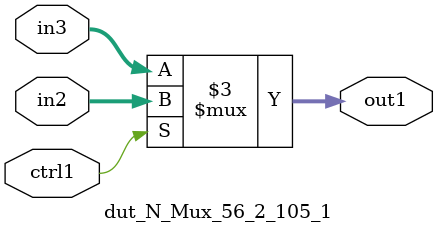
<source format=v>

`timescale 1ps / 1ps


module dut_N_Mux_56_2_105_1( in3, in2, ctrl1, out1 );

    input [55:0] in3;
    input [55:0] in2;
    input ctrl1;
    output [55:0] out1;
    reg [55:0] out1;

    
    // rtl_process:dut_N_Mux_56_2_105_1/dut_N_Mux_56_2_105_1_thread_1
    always @*
      begin : dut_N_Mux_56_2_105_1_thread_1
        case (ctrl1) 
          1'b1: 
            begin
              out1 = in2;
            end
          default: 
            begin
              out1 = in3;
            end
        endcase
      end

endmodule



</source>
